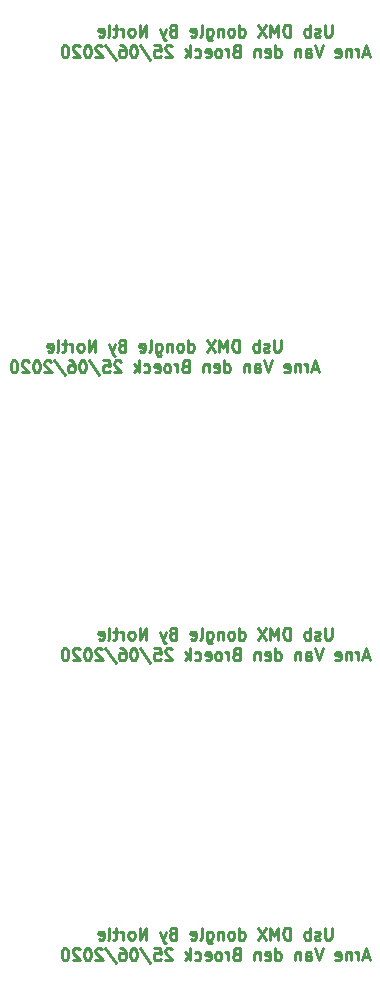
<source format=gbr>
G04 #@! TF.GenerationSoftware,KiCad,Pcbnew,(5.1.4)-1*
G04 #@! TF.CreationDate,2020-08-12T13:24:47+02:00*
G04 #@! TF.ProjectId,DMX_usb,444d585f-7573-4622-9e6b-696361645f70,rev?*
G04 #@! TF.SameCoordinates,Original*
G04 #@! TF.FileFunction,Legend,Bot*
G04 #@! TF.FilePolarity,Positive*
%FSLAX46Y46*%
G04 Gerber Fmt 4.6, Leading zero omitted, Abs format (unit mm)*
G04 Created by KiCad (PCBNEW (5.1.4)-1) date 2020-08-12 13:24:47*
%MOMM*%
%LPD*%
G04 APERTURE LIST*
%ADD10C,0.250000*%
G04 APERTURE END LIST*
D10*
X269857142Y-121259380D02*
X269857142Y-122068904D01*
X269809523Y-122164142D01*
X269761904Y-122211761D01*
X269666666Y-122259380D01*
X269476190Y-122259380D01*
X269380952Y-122211761D01*
X269333333Y-122164142D01*
X269285714Y-122068904D01*
X269285714Y-121259380D01*
X268857142Y-122211761D02*
X268761904Y-122259380D01*
X268571428Y-122259380D01*
X268476190Y-122211761D01*
X268428571Y-122116523D01*
X268428571Y-122068904D01*
X268476190Y-121973666D01*
X268571428Y-121926047D01*
X268714285Y-121926047D01*
X268809523Y-121878428D01*
X268857142Y-121783190D01*
X268857142Y-121735571D01*
X268809523Y-121640333D01*
X268714285Y-121592714D01*
X268571428Y-121592714D01*
X268476190Y-121640333D01*
X268000000Y-122259380D02*
X268000000Y-121259380D01*
X268000000Y-121640333D02*
X267904761Y-121592714D01*
X267714285Y-121592714D01*
X267619047Y-121640333D01*
X267571428Y-121687952D01*
X267523809Y-121783190D01*
X267523809Y-122068904D01*
X267571428Y-122164142D01*
X267619047Y-122211761D01*
X267714285Y-122259380D01*
X267904761Y-122259380D01*
X268000000Y-122211761D01*
X266333333Y-122259380D02*
X266333333Y-121259380D01*
X266095238Y-121259380D01*
X265952380Y-121307000D01*
X265857142Y-121402238D01*
X265809523Y-121497476D01*
X265761904Y-121687952D01*
X265761904Y-121830809D01*
X265809523Y-122021285D01*
X265857142Y-122116523D01*
X265952380Y-122211761D01*
X266095238Y-122259380D01*
X266333333Y-122259380D01*
X265333333Y-122259380D02*
X265333333Y-121259380D01*
X265000000Y-121973666D01*
X264666666Y-121259380D01*
X264666666Y-122259380D01*
X264285714Y-121259380D02*
X263619047Y-122259380D01*
X263619047Y-121259380D02*
X264285714Y-122259380D01*
X262047619Y-122259380D02*
X262047619Y-121259380D01*
X262047619Y-122211761D02*
X262142857Y-122259380D01*
X262333333Y-122259380D01*
X262428571Y-122211761D01*
X262476190Y-122164142D01*
X262523809Y-122068904D01*
X262523809Y-121783190D01*
X262476190Y-121687952D01*
X262428571Y-121640333D01*
X262333333Y-121592714D01*
X262142857Y-121592714D01*
X262047619Y-121640333D01*
X261428571Y-122259380D02*
X261523809Y-122211761D01*
X261571428Y-122164142D01*
X261619047Y-122068904D01*
X261619047Y-121783190D01*
X261571428Y-121687952D01*
X261523809Y-121640333D01*
X261428571Y-121592714D01*
X261285714Y-121592714D01*
X261190476Y-121640333D01*
X261142857Y-121687952D01*
X261095238Y-121783190D01*
X261095238Y-122068904D01*
X261142857Y-122164142D01*
X261190476Y-122211761D01*
X261285714Y-122259380D01*
X261428571Y-122259380D01*
X260666666Y-121592714D02*
X260666666Y-122259380D01*
X260666666Y-121687952D02*
X260619047Y-121640333D01*
X260523809Y-121592714D01*
X260380952Y-121592714D01*
X260285714Y-121640333D01*
X260238095Y-121735571D01*
X260238095Y-122259380D01*
X259333333Y-121592714D02*
X259333333Y-122402238D01*
X259380952Y-122497476D01*
X259428571Y-122545095D01*
X259523809Y-122592714D01*
X259666666Y-122592714D01*
X259761904Y-122545095D01*
X259333333Y-122211761D02*
X259428571Y-122259380D01*
X259619047Y-122259380D01*
X259714285Y-122211761D01*
X259761904Y-122164142D01*
X259809523Y-122068904D01*
X259809523Y-121783190D01*
X259761904Y-121687952D01*
X259714285Y-121640333D01*
X259619047Y-121592714D01*
X259428571Y-121592714D01*
X259333333Y-121640333D01*
X258714285Y-122259380D02*
X258809523Y-122211761D01*
X258857142Y-122116523D01*
X258857142Y-121259380D01*
X257952380Y-122211761D02*
X258047619Y-122259380D01*
X258238095Y-122259380D01*
X258333333Y-122211761D01*
X258380952Y-122116523D01*
X258380952Y-121735571D01*
X258333333Y-121640333D01*
X258238095Y-121592714D01*
X258047619Y-121592714D01*
X257952380Y-121640333D01*
X257904761Y-121735571D01*
X257904761Y-121830809D01*
X258380952Y-121926047D01*
X256380952Y-121735571D02*
X256238095Y-121783190D01*
X256190476Y-121830809D01*
X256142857Y-121926047D01*
X256142857Y-122068904D01*
X256190476Y-122164142D01*
X256238095Y-122211761D01*
X256333333Y-122259380D01*
X256714285Y-122259380D01*
X256714285Y-121259380D01*
X256380952Y-121259380D01*
X256285714Y-121307000D01*
X256238095Y-121354619D01*
X256190476Y-121449857D01*
X256190476Y-121545095D01*
X256238095Y-121640333D01*
X256285714Y-121687952D01*
X256380952Y-121735571D01*
X256714285Y-121735571D01*
X255809523Y-121592714D02*
X255571428Y-122259380D01*
X255333333Y-121592714D02*
X255571428Y-122259380D01*
X255666666Y-122497476D01*
X255714285Y-122545095D01*
X255809523Y-122592714D01*
X254190476Y-122259380D02*
X254190476Y-121259380D01*
X253619047Y-122259380D01*
X253619047Y-121259380D01*
X253000000Y-122259380D02*
X253095238Y-122211761D01*
X253142857Y-122164142D01*
X253190476Y-122068904D01*
X253190476Y-121783190D01*
X253142857Y-121687952D01*
X253095238Y-121640333D01*
X253000000Y-121592714D01*
X252857142Y-121592714D01*
X252761904Y-121640333D01*
X252714285Y-121687952D01*
X252666666Y-121783190D01*
X252666666Y-122068904D01*
X252714285Y-122164142D01*
X252761904Y-122211761D01*
X252857142Y-122259380D01*
X253000000Y-122259380D01*
X252238095Y-122259380D02*
X252238095Y-121592714D01*
X252238095Y-121783190D02*
X252190476Y-121687952D01*
X252142857Y-121640333D01*
X252047619Y-121592714D01*
X251952380Y-121592714D01*
X251761904Y-121592714D02*
X251380952Y-121592714D01*
X251619047Y-121259380D02*
X251619047Y-122116523D01*
X251571428Y-122211761D01*
X251476190Y-122259380D01*
X251380952Y-122259380D01*
X250904761Y-122259380D02*
X251000000Y-122211761D01*
X251047619Y-122116523D01*
X251047619Y-121259380D01*
X250142857Y-122211761D02*
X250238095Y-122259380D01*
X250428571Y-122259380D01*
X250523809Y-122211761D01*
X250571428Y-122116523D01*
X250571428Y-121735571D01*
X250523809Y-121640333D01*
X250428571Y-121592714D01*
X250238095Y-121592714D01*
X250142857Y-121640333D01*
X250095238Y-121735571D01*
X250095238Y-121830809D01*
X250571428Y-121926047D01*
X273000000Y-123723666D02*
X272523809Y-123723666D01*
X273095238Y-124009380D02*
X272761904Y-123009380D01*
X272428571Y-124009380D01*
X272095238Y-124009380D02*
X272095238Y-123342714D01*
X272095238Y-123533190D02*
X272047619Y-123437952D01*
X272000000Y-123390333D01*
X271904761Y-123342714D01*
X271809523Y-123342714D01*
X271476190Y-123342714D02*
X271476190Y-124009380D01*
X271476190Y-123437952D02*
X271428571Y-123390333D01*
X271333333Y-123342714D01*
X271190476Y-123342714D01*
X271095238Y-123390333D01*
X271047619Y-123485571D01*
X271047619Y-124009380D01*
X270190476Y-123961761D02*
X270285714Y-124009380D01*
X270476190Y-124009380D01*
X270571428Y-123961761D01*
X270619047Y-123866523D01*
X270619047Y-123485571D01*
X270571428Y-123390333D01*
X270476190Y-123342714D01*
X270285714Y-123342714D01*
X270190476Y-123390333D01*
X270142857Y-123485571D01*
X270142857Y-123580809D01*
X270619047Y-123676047D01*
X269095238Y-123009380D02*
X268761904Y-124009380D01*
X268428571Y-123009380D01*
X267666666Y-124009380D02*
X267666666Y-123485571D01*
X267714285Y-123390333D01*
X267809523Y-123342714D01*
X268000000Y-123342714D01*
X268095238Y-123390333D01*
X267666666Y-123961761D02*
X267761904Y-124009380D01*
X268000000Y-124009380D01*
X268095238Y-123961761D01*
X268142857Y-123866523D01*
X268142857Y-123771285D01*
X268095238Y-123676047D01*
X268000000Y-123628428D01*
X267761904Y-123628428D01*
X267666666Y-123580809D01*
X267190476Y-123342714D02*
X267190476Y-124009380D01*
X267190476Y-123437952D02*
X267142857Y-123390333D01*
X267047619Y-123342714D01*
X266904761Y-123342714D01*
X266809523Y-123390333D01*
X266761904Y-123485571D01*
X266761904Y-124009380D01*
X265095238Y-124009380D02*
X265095238Y-123009380D01*
X265095238Y-123961761D02*
X265190476Y-124009380D01*
X265380952Y-124009380D01*
X265476190Y-123961761D01*
X265523809Y-123914142D01*
X265571428Y-123818904D01*
X265571428Y-123533190D01*
X265523809Y-123437952D01*
X265476190Y-123390333D01*
X265380952Y-123342714D01*
X265190476Y-123342714D01*
X265095238Y-123390333D01*
X264238095Y-123961761D02*
X264333333Y-124009380D01*
X264523809Y-124009380D01*
X264619047Y-123961761D01*
X264666666Y-123866523D01*
X264666666Y-123485571D01*
X264619047Y-123390333D01*
X264523809Y-123342714D01*
X264333333Y-123342714D01*
X264238095Y-123390333D01*
X264190476Y-123485571D01*
X264190476Y-123580809D01*
X264666666Y-123676047D01*
X263761904Y-123342714D02*
X263761904Y-124009380D01*
X263761904Y-123437952D02*
X263714285Y-123390333D01*
X263619047Y-123342714D01*
X263476190Y-123342714D01*
X263380952Y-123390333D01*
X263333333Y-123485571D01*
X263333333Y-124009380D01*
X261761904Y-123485571D02*
X261619047Y-123533190D01*
X261571428Y-123580809D01*
X261523809Y-123676047D01*
X261523809Y-123818904D01*
X261571428Y-123914142D01*
X261619047Y-123961761D01*
X261714285Y-124009380D01*
X262095238Y-124009380D01*
X262095238Y-123009380D01*
X261761904Y-123009380D01*
X261666666Y-123057000D01*
X261619047Y-123104619D01*
X261571428Y-123199857D01*
X261571428Y-123295095D01*
X261619047Y-123390333D01*
X261666666Y-123437952D01*
X261761904Y-123485571D01*
X262095238Y-123485571D01*
X261095238Y-124009380D02*
X261095238Y-123342714D01*
X261095238Y-123533190D02*
X261047619Y-123437952D01*
X261000000Y-123390333D01*
X260904761Y-123342714D01*
X260809523Y-123342714D01*
X260333333Y-124009380D02*
X260428571Y-123961761D01*
X260476190Y-123914142D01*
X260523809Y-123818904D01*
X260523809Y-123533190D01*
X260476190Y-123437952D01*
X260428571Y-123390333D01*
X260333333Y-123342714D01*
X260190476Y-123342714D01*
X260095238Y-123390333D01*
X260047619Y-123437952D01*
X260000000Y-123533190D01*
X260000000Y-123818904D01*
X260047619Y-123914142D01*
X260095238Y-123961761D01*
X260190476Y-124009380D01*
X260333333Y-124009380D01*
X259190476Y-123961761D02*
X259285714Y-124009380D01*
X259476190Y-124009380D01*
X259571428Y-123961761D01*
X259619047Y-123866523D01*
X259619047Y-123485571D01*
X259571428Y-123390333D01*
X259476190Y-123342714D01*
X259285714Y-123342714D01*
X259190476Y-123390333D01*
X259142857Y-123485571D01*
X259142857Y-123580809D01*
X259619047Y-123676047D01*
X258285714Y-123961761D02*
X258380952Y-124009380D01*
X258571428Y-124009380D01*
X258666666Y-123961761D01*
X258714285Y-123914142D01*
X258761904Y-123818904D01*
X258761904Y-123533190D01*
X258714285Y-123437952D01*
X258666666Y-123390333D01*
X258571428Y-123342714D01*
X258380952Y-123342714D01*
X258285714Y-123390333D01*
X257857142Y-124009380D02*
X257857142Y-123009380D01*
X257761904Y-123628428D02*
X257476190Y-124009380D01*
X257476190Y-123342714D02*
X257857142Y-123723666D01*
X256333333Y-123104619D02*
X256285714Y-123057000D01*
X256190476Y-123009380D01*
X255952380Y-123009380D01*
X255857142Y-123057000D01*
X255809523Y-123104619D01*
X255761904Y-123199857D01*
X255761904Y-123295095D01*
X255809523Y-123437952D01*
X256380952Y-124009380D01*
X255761904Y-124009380D01*
X254857142Y-123009380D02*
X255333333Y-123009380D01*
X255380952Y-123485571D01*
X255333333Y-123437952D01*
X255238095Y-123390333D01*
X255000000Y-123390333D01*
X254904761Y-123437952D01*
X254857142Y-123485571D01*
X254809523Y-123580809D01*
X254809523Y-123818904D01*
X254857142Y-123914142D01*
X254904761Y-123961761D01*
X255000000Y-124009380D01*
X255238095Y-124009380D01*
X255333333Y-123961761D01*
X255380952Y-123914142D01*
X253666666Y-122961761D02*
X254523809Y-124247476D01*
X253142857Y-123009380D02*
X253047619Y-123009380D01*
X252952380Y-123057000D01*
X252904761Y-123104619D01*
X252857142Y-123199857D01*
X252809523Y-123390333D01*
X252809523Y-123628428D01*
X252857142Y-123818904D01*
X252904761Y-123914142D01*
X252952380Y-123961761D01*
X253047619Y-124009380D01*
X253142857Y-124009380D01*
X253238095Y-123961761D01*
X253285714Y-123914142D01*
X253333333Y-123818904D01*
X253380952Y-123628428D01*
X253380952Y-123390333D01*
X253333333Y-123199857D01*
X253285714Y-123104619D01*
X253238095Y-123057000D01*
X253142857Y-123009380D01*
X251952380Y-123009380D02*
X252142857Y-123009380D01*
X252238095Y-123057000D01*
X252285714Y-123104619D01*
X252380952Y-123247476D01*
X252428571Y-123437952D01*
X252428571Y-123818904D01*
X252380952Y-123914142D01*
X252333333Y-123961761D01*
X252238095Y-124009380D01*
X252047619Y-124009380D01*
X251952380Y-123961761D01*
X251904761Y-123914142D01*
X251857142Y-123818904D01*
X251857142Y-123580809D01*
X251904761Y-123485571D01*
X251952380Y-123437952D01*
X252047619Y-123390333D01*
X252238095Y-123390333D01*
X252333333Y-123437952D01*
X252380952Y-123485571D01*
X252428571Y-123580809D01*
X250714285Y-122961761D02*
X251571428Y-124247476D01*
X250428571Y-123104619D02*
X250380952Y-123057000D01*
X250285714Y-123009380D01*
X250047619Y-123009380D01*
X249952380Y-123057000D01*
X249904761Y-123104619D01*
X249857142Y-123199857D01*
X249857142Y-123295095D01*
X249904761Y-123437952D01*
X250476190Y-124009380D01*
X249857142Y-124009380D01*
X249238095Y-123009380D02*
X249142857Y-123009380D01*
X249047619Y-123057000D01*
X249000000Y-123104619D01*
X248952380Y-123199857D01*
X248904761Y-123390333D01*
X248904761Y-123628428D01*
X248952380Y-123818904D01*
X249000000Y-123914142D01*
X249047619Y-123961761D01*
X249142857Y-124009380D01*
X249238095Y-124009380D01*
X249333333Y-123961761D01*
X249380952Y-123914142D01*
X249428571Y-123818904D01*
X249476190Y-123628428D01*
X249476190Y-123390333D01*
X249428571Y-123199857D01*
X249380952Y-123104619D01*
X249333333Y-123057000D01*
X249238095Y-123009380D01*
X248523809Y-123104619D02*
X248476190Y-123057000D01*
X248380952Y-123009380D01*
X248142857Y-123009380D01*
X248047619Y-123057000D01*
X248000000Y-123104619D01*
X247952380Y-123199857D01*
X247952380Y-123295095D01*
X248000000Y-123437952D01*
X248571428Y-124009380D01*
X247952380Y-124009380D01*
X247333333Y-123009380D02*
X247238095Y-123009380D01*
X247142857Y-123057000D01*
X247095238Y-123104619D01*
X247047619Y-123199857D01*
X247000000Y-123390333D01*
X247000000Y-123628428D01*
X247047619Y-123818904D01*
X247095238Y-123914142D01*
X247142857Y-123961761D01*
X247238095Y-124009380D01*
X247333333Y-124009380D01*
X247428571Y-123961761D01*
X247476190Y-123914142D01*
X247523809Y-123818904D01*
X247571428Y-123628428D01*
X247571428Y-123390333D01*
X247523809Y-123199857D01*
X247476190Y-123104619D01*
X247428571Y-123057000D01*
X247333333Y-123009380D01*
X269857142Y-95859380D02*
X269857142Y-96668904D01*
X269809523Y-96764142D01*
X269761904Y-96811761D01*
X269666666Y-96859380D01*
X269476190Y-96859380D01*
X269380952Y-96811761D01*
X269333333Y-96764142D01*
X269285714Y-96668904D01*
X269285714Y-95859380D01*
X268857142Y-96811761D02*
X268761904Y-96859380D01*
X268571428Y-96859380D01*
X268476190Y-96811761D01*
X268428571Y-96716523D01*
X268428571Y-96668904D01*
X268476190Y-96573666D01*
X268571428Y-96526047D01*
X268714285Y-96526047D01*
X268809523Y-96478428D01*
X268857142Y-96383190D01*
X268857142Y-96335571D01*
X268809523Y-96240333D01*
X268714285Y-96192714D01*
X268571428Y-96192714D01*
X268476190Y-96240333D01*
X268000000Y-96859380D02*
X268000000Y-95859380D01*
X268000000Y-96240333D02*
X267904761Y-96192714D01*
X267714285Y-96192714D01*
X267619047Y-96240333D01*
X267571428Y-96287952D01*
X267523809Y-96383190D01*
X267523809Y-96668904D01*
X267571428Y-96764142D01*
X267619047Y-96811761D01*
X267714285Y-96859380D01*
X267904761Y-96859380D01*
X268000000Y-96811761D01*
X266333333Y-96859380D02*
X266333333Y-95859380D01*
X266095238Y-95859380D01*
X265952380Y-95907000D01*
X265857142Y-96002238D01*
X265809523Y-96097476D01*
X265761904Y-96287952D01*
X265761904Y-96430809D01*
X265809523Y-96621285D01*
X265857142Y-96716523D01*
X265952380Y-96811761D01*
X266095238Y-96859380D01*
X266333333Y-96859380D01*
X265333333Y-96859380D02*
X265333333Y-95859380D01*
X265000000Y-96573666D01*
X264666666Y-95859380D01*
X264666666Y-96859380D01*
X264285714Y-95859380D02*
X263619047Y-96859380D01*
X263619047Y-95859380D02*
X264285714Y-96859380D01*
X262047619Y-96859380D02*
X262047619Y-95859380D01*
X262047619Y-96811761D02*
X262142857Y-96859380D01*
X262333333Y-96859380D01*
X262428571Y-96811761D01*
X262476190Y-96764142D01*
X262523809Y-96668904D01*
X262523809Y-96383190D01*
X262476190Y-96287952D01*
X262428571Y-96240333D01*
X262333333Y-96192714D01*
X262142857Y-96192714D01*
X262047619Y-96240333D01*
X261428571Y-96859380D02*
X261523809Y-96811761D01*
X261571428Y-96764142D01*
X261619047Y-96668904D01*
X261619047Y-96383190D01*
X261571428Y-96287952D01*
X261523809Y-96240333D01*
X261428571Y-96192714D01*
X261285714Y-96192714D01*
X261190476Y-96240333D01*
X261142857Y-96287952D01*
X261095238Y-96383190D01*
X261095238Y-96668904D01*
X261142857Y-96764142D01*
X261190476Y-96811761D01*
X261285714Y-96859380D01*
X261428571Y-96859380D01*
X260666666Y-96192714D02*
X260666666Y-96859380D01*
X260666666Y-96287952D02*
X260619047Y-96240333D01*
X260523809Y-96192714D01*
X260380952Y-96192714D01*
X260285714Y-96240333D01*
X260238095Y-96335571D01*
X260238095Y-96859380D01*
X259333333Y-96192714D02*
X259333333Y-97002238D01*
X259380952Y-97097476D01*
X259428571Y-97145095D01*
X259523809Y-97192714D01*
X259666666Y-97192714D01*
X259761904Y-97145095D01*
X259333333Y-96811761D02*
X259428571Y-96859380D01*
X259619047Y-96859380D01*
X259714285Y-96811761D01*
X259761904Y-96764142D01*
X259809523Y-96668904D01*
X259809523Y-96383190D01*
X259761904Y-96287952D01*
X259714285Y-96240333D01*
X259619047Y-96192714D01*
X259428571Y-96192714D01*
X259333333Y-96240333D01*
X258714285Y-96859380D02*
X258809523Y-96811761D01*
X258857142Y-96716523D01*
X258857142Y-95859380D01*
X257952380Y-96811761D02*
X258047619Y-96859380D01*
X258238095Y-96859380D01*
X258333333Y-96811761D01*
X258380952Y-96716523D01*
X258380952Y-96335571D01*
X258333333Y-96240333D01*
X258238095Y-96192714D01*
X258047619Y-96192714D01*
X257952380Y-96240333D01*
X257904761Y-96335571D01*
X257904761Y-96430809D01*
X258380952Y-96526047D01*
X256380952Y-96335571D02*
X256238095Y-96383190D01*
X256190476Y-96430809D01*
X256142857Y-96526047D01*
X256142857Y-96668904D01*
X256190476Y-96764142D01*
X256238095Y-96811761D01*
X256333333Y-96859380D01*
X256714285Y-96859380D01*
X256714285Y-95859380D01*
X256380952Y-95859380D01*
X256285714Y-95907000D01*
X256238095Y-95954619D01*
X256190476Y-96049857D01*
X256190476Y-96145095D01*
X256238095Y-96240333D01*
X256285714Y-96287952D01*
X256380952Y-96335571D01*
X256714285Y-96335571D01*
X255809523Y-96192714D02*
X255571428Y-96859380D01*
X255333333Y-96192714D02*
X255571428Y-96859380D01*
X255666666Y-97097476D01*
X255714285Y-97145095D01*
X255809523Y-97192714D01*
X254190476Y-96859380D02*
X254190476Y-95859380D01*
X253619047Y-96859380D01*
X253619047Y-95859380D01*
X253000000Y-96859380D02*
X253095238Y-96811761D01*
X253142857Y-96764142D01*
X253190476Y-96668904D01*
X253190476Y-96383190D01*
X253142857Y-96287952D01*
X253095238Y-96240333D01*
X253000000Y-96192714D01*
X252857142Y-96192714D01*
X252761904Y-96240333D01*
X252714285Y-96287952D01*
X252666666Y-96383190D01*
X252666666Y-96668904D01*
X252714285Y-96764142D01*
X252761904Y-96811761D01*
X252857142Y-96859380D01*
X253000000Y-96859380D01*
X252238095Y-96859380D02*
X252238095Y-96192714D01*
X252238095Y-96383190D02*
X252190476Y-96287952D01*
X252142857Y-96240333D01*
X252047619Y-96192714D01*
X251952380Y-96192714D01*
X251761904Y-96192714D02*
X251380952Y-96192714D01*
X251619047Y-95859380D02*
X251619047Y-96716523D01*
X251571428Y-96811761D01*
X251476190Y-96859380D01*
X251380952Y-96859380D01*
X250904761Y-96859380D02*
X251000000Y-96811761D01*
X251047619Y-96716523D01*
X251047619Y-95859380D01*
X250142857Y-96811761D02*
X250238095Y-96859380D01*
X250428571Y-96859380D01*
X250523809Y-96811761D01*
X250571428Y-96716523D01*
X250571428Y-96335571D01*
X250523809Y-96240333D01*
X250428571Y-96192714D01*
X250238095Y-96192714D01*
X250142857Y-96240333D01*
X250095238Y-96335571D01*
X250095238Y-96430809D01*
X250571428Y-96526047D01*
X273000000Y-98323666D02*
X272523809Y-98323666D01*
X273095238Y-98609380D02*
X272761904Y-97609380D01*
X272428571Y-98609380D01*
X272095238Y-98609380D02*
X272095238Y-97942714D01*
X272095238Y-98133190D02*
X272047619Y-98037952D01*
X272000000Y-97990333D01*
X271904761Y-97942714D01*
X271809523Y-97942714D01*
X271476190Y-97942714D02*
X271476190Y-98609380D01*
X271476190Y-98037952D02*
X271428571Y-97990333D01*
X271333333Y-97942714D01*
X271190476Y-97942714D01*
X271095238Y-97990333D01*
X271047619Y-98085571D01*
X271047619Y-98609380D01*
X270190476Y-98561761D02*
X270285714Y-98609380D01*
X270476190Y-98609380D01*
X270571428Y-98561761D01*
X270619047Y-98466523D01*
X270619047Y-98085571D01*
X270571428Y-97990333D01*
X270476190Y-97942714D01*
X270285714Y-97942714D01*
X270190476Y-97990333D01*
X270142857Y-98085571D01*
X270142857Y-98180809D01*
X270619047Y-98276047D01*
X269095238Y-97609380D02*
X268761904Y-98609380D01*
X268428571Y-97609380D01*
X267666666Y-98609380D02*
X267666666Y-98085571D01*
X267714285Y-97990333D01*
X267809523Y-97942714D01*
X268000000Y-97942714D01*
X268095238Y-97990333D01*
X267666666Y-98561761D02*
X267761904Y-98609380D01*
X268000000Y-98609380D01*
X268095238Y-98561761D01*
X268142857Y-98466523D01*
X268142857Y-98371285D01*
X268095238Y-98276047D01*
X268000000Y-98228428D01*
X267761904Y-98228428D01*
X267666666Y-98180809D01*
X267190476Y-97942714D02*
X267190476Y-98609380D01*
X267190476Y-98037952D02*
X267142857Y-97990333D01*
X267047619Y-97942714D01*
X266904761Y-97942714D01*
X266809523Y-97990333D01*
X266761904Y-98085571D01*
X266761904Y-98609380D01*
X265095238Y-98609380D02*
X265095238Y-97609380D01*
X265095238Y-98561761D02*
X265190476Y-98609380D01*
X265380952Y-98609380D01*
X265476190Y-98561761D01*
X265523809Y-98514142D01*
X265571428Y-98418904D01*
X265571428Y-98133190D01*
X265523809Y-98037952D01*
X265476190Y-97990333D01*
X265380952Y-97942714D01*
X265190476Y-97942714D01*
X265095238Y-97990333D01*
X264238095Y-98561761D02*
X264333333Y-98609380D01*
X264523809Y-98609380D01*
X264619047Y-98561761D01*
X264666666Y-98466523D01*
X264666666Y-98085571D01*
X264619047Y-97990333D01*
X264523809Y-97942714D01*
X264333333Y-97942714D01*
X264238095Y-97990333D01*
X264190476Y-98085571D01*
X264190476Y-98180809D01*
X264666666Y-98276047D01*
X263761904Y-97942714D02*
X263761904Y-98609380D01*
X263761904Y-98037952D02*
X263714285Y-97990333D01*
X263619047Y-97942714D01*
X263476190Y-97942714D01*
X263380952Y-97990333D01*
X263333333Y-98085571D01*
X263333333Y-98609380D01*
X261761904Y-98085571D02*
X261619047Y-98133190D01*
X261571428Y-98180809D01*
X261523809Y-98276047D01*
X261523809Y-98418904D01*
X261571428Y-98514142D01*
X261619047Y-98561761D01*
X261714285Y-98609380D01*
X262095238Y-98609380D01*
X262095238Y-97609380D01*
X261761904Y-97609380D01*
X261666666Y-97657000D01*
X261619047Y-97704619D01*
X261571428Y-97799857D01*
X261571428Y-97895095D01*
X261619047Y-97990333D01*
X261666666Y-98037952D01*
X261761904Y-98085571D01*
X262095238Y-98085571D01*
X261095238Y-98609380D02*
X261095238Y-97942714D01*
X261095238Y-98133190D02*
X261047619Y-98037952D01*
X261000000Y-97990333D01*
X260904761Y-97942714D01*
X260809523Y-97942714D01*
X260333333Y-98609380D02*
X260428571Y-98561761D01*
X260476190Y-98514142D01*
X260523809Y-98418904D01*
X260523809Y-98133190D01*
X260476190Y-98037952D01*
X260428571Y-97990333D01*
X260333333Y-97942714D01*
X260190476Y-97942714D01*
X260095238Y-97990333D01*
X260047619Y-98037952D01*
X260000000Y-98133190D01*
X260000000Y-98418904D01*
X260047619Y-98514142D01*
X260095238Y-98561761D01*
X260190476Y-98609380D01*
X260333333Y-98609380D01*
X259190476Y-98561761D02*
X259285714Y-98609380D01*
X259476190Y-98609380D01*
X259571428Y-98561761D01*
X259619047Y-98466523D01*
X259619047Y-98085571D01*
X259571428Y-97990333D01*
X259476190Y-97942714D01*
X259285714Y-97942714D01*
X259190476Y-97990333D01*
X259142857Y-98085571D01*
X259142857Y-98180809D01*
X259619047Y-98276047D01*
X258285714Y-98561761D02*
X258380952Y-98609380D01*
X258571428Y-98609380D01*
X258666666Y-98561761D01*
X258714285Y-98514142D01*
X258761904Y-98418904D01*
X258761904Y-98133190D01*
X258714285Y-98037952D01*
X258666666Y-97990333D01*
X258571428Y-97942714D01*
X258380952Y-97942714D01*
X258285714Y-97990333D01*
X257857142Y-98609380D02*
X257857142Y-97609380D01*
X257761904Y-98228428D02*
X257476190Y-98609380D01*
X257476190Y-97942714D02*
X257857142Y-98323666D01*
X256333333Y-97704619D02*
X256285714Y-97657000D01*
X256190476Y-97609380D01*
X255952380Y-97609380D01*
X255857142Y-97657000D01*
X255809523Y-97704619D01*
X255761904Y-97799857D01*
X255761904Y-97895095D01*
X255809523Y-98037952D01*
X256380952Y-98609380D01*
X255761904Y-98609380D01*
X254857142Y-97609380D02*
X255333333Y-97609380D01*
X255380952Y-98085571D01*
X255333333Y-98037952D01*
X255238095Y-97990333D01*
X255000000Y-97990333D01*
X254904761Y-98037952D01*
X254857142Y-98085571D01*
X254809523Y-98180809D01*
X254809523Y-98418904D01*
X254857142Y-98514142D01*
X254904761Y-98561761D01*
X255000000Y-98609380D01*
X255238095Y-98609380D01*
X255333333Y-98561761D01*
X255380952Y-98514142D01*
X253666666Y-97561761D02*
X254523809Y-98847476D01*
X253142857Y-97609380D02*
X253047619Y-97609380D01*
X252952380Y-97657000D01*
X252904761Y-97704619D01*
X252857142Y-97799857D01*
X252809523Y-97990333D01*
X252809523Y-98228428D01*
X252857142Y-98418904D01*
X252904761Y-98514142D01*
X252952380Y-98561761D01*
X253047619Y-98609380D01*
X253142857Y-98609380D01*
X253238095Y-98561761D01*
X253285714Y-98514142D01*
X253333333Y-98418904D01*
X253380952Y-98228428D01*
X253380952Y-97990333D01*
X253333333Y-97799857D01*
X253285714Y-97704619D01*
X253238095Y-97657000D01*
X253142857Y-97609380D01*
X251952380Y-97609380D02*
X252142857Y-97609380D01*
X252238095Y-97657000D01*
X252285714Y-97704619D01*
X252380952Y-97847476D01*
X252428571Y-98037952D01*
X252428571Y-98418904D01*
X252380952Y-98514142D01*
X252333333Y-98561761D01*
X252238095Y-98609380D01*
X252047619Y-98609380D01*
X251952380Y-98561761D01*
X251904761Y-98514142D01*
X251857142Y-98418904D01*
X251857142Y-98180809D01*
X251904761Y-98085571D01*
X251952380Y-98037952D01*
X252047619Y-97990333D01*
X252238095Y-97990333D01*
X252333333Y-98037952D01*
X252380952Y-98085571D01*
X252428571Y-98180809D01*
X250714285Y-97561761D02*
X251571428Y-98847476D01*
X250428571Y-97704619D02*
X250380952Y-97657000D01*
X250285714Y-97609380D01*
X250047619Y-97609380D01*
X249952380Y-97657000D01*
X249904761Y-97704619D01*
X249857142Y-97799857D01*
X249857142Y-97895095D01*
X249904761Y-98037952D01*
X250476190Y-98609380D01*
X249857142Y-98609380D01*
X249238095Y-97609380D02*
X249142857Y-97609380D01*
X249047619Y-97657000D01*
X249000000Y-97704619D01*
X248952380Y-97799857D01*
X248904761Y-97990333D01*
X248904761Y-98228428D01*
X248952380Y-98418904D01*
X249000000Y-98514142D01*
X249047619Y-98561761D01*
X249142857Y-98609380D01*
X249238095Y-98609380D01*
X249333333Y-98561761D01*
X249380952Y-98514142D01*
X249428571Y-98418904D01*
X249476190Y-98228428D01*
X249476190Y-97990333D01*
X249428571Y-97799857D01*
X249380952Y-97704619D01*
X249333333Y-97657000D01*
X249238095Y-97609380D01*
X248523809Y-97704619D02*
X248476190Y-97657000D01*
X248380952Y-97609380D01*
X248142857Y-97609380D01*
X248047619Y-97657000D01*
X248000000Y-97704619D01*
X247952380Y-97799857D01*
X247952380Y-97895095D01*
X248000000Y-98037952D01*
X248571428Y-98609380D01*
X247952380Y-98609380D01*
X247333333Y-97609380D02*
X247238095Y-97609380D01*
X247142857Y-97657000D01*
X247095238Y-97704619D01*
X247047619Y-97799857D01*
X247000000Y-97990333D01*
X247000000Y-98228428D01*
X247047619Y-98418904D01*
X247095238Y-98514142D01*
X247142857Y-98561761D01*
X247238095Y-98609380D01*
X247333333Y-98609380D01*
X247428571Y-98561761D01*
X247476190Y-98514142D01*
X247523809Y-98418904D01*
X247571428Y-98228428D01*
X247571428Y-97990333D01*
X247523809Y-97799857D01*
X247476190Y-97704619D01*
X247428571Y-97657000D01*
X247333333Y-97609380D01*
X265539142Y-71485380D02*
X265539142Y-72294904D01*
X265491523Y-72390142D01*
X265443904Y-72437761D01*
X265348666Y-72485380D01*
X265158190Y-72485380D01*
X265062952Y-72437761D01*
X265015333Y-72390142D01*
X264967714Y-72294904D01*
X264967714Y-71485380D01*
X264539142Y-72437761D02*
X264443904Y-72485380D01*
X264253428Y-72485380D01*
X264158190Y-72437761D01*
X264110571Y-72342523D01*
X264110571Y-72294904D01*
X264158190Y-72199666D01*
X264253428Y-72152047D01*
X264396285Y-72152047D01*
X264491523Y-72104428D01*
X264539142Y-72009190D01*
X264539142Y-71961571D01*
X264491523Y-71866333D01*
X264396285Y-71818714D01*
X264253428Y-71818714D01*
X264158190Y-71866333D01*
X263682000Y-72485380D02*
X263682000Y-71485380D01*
X263682000Y-71866333D02*
X263586761Y-71818714D01*
X263396285Y-71818714D01*
X263301047Y-71866333D01*
X263253428Y-71913952D01*
X263205809Y-72009190D01*
X263205809Y-72294904D01*
X263253428Y-72390142D01*
X263301047Y-72437761D01*
X263396285Y-72485380D01*
X263586761Y-72485380D01*
X263682000Y-72437761D01*
X262015333Y-72485380D02*
X262015333Y-71485380D01*
X261777238Y-71485380D01*
X261634380Y-71533000D01*
X261539142Y-71628238D01*
X261491523Y-71723476D01*
X261443904Y-71913952D01*
X261443904Y-72056809D01*
X261491523Y-72247285D01*
X261539142Y-72342523D01*
X261634380Y-72437761D01*
X261777238Y-72485380D01*
X262015333Y-72485380D01*
X261015333Y-72485380D02*
X261015333Y-71485380D01*
X260682000Y-72199666D01*
X260348666Y-71485380D01*
X260348666Y-72485380D01*
X259967714Y-71485380D02*
X259301047Y-72485380D01*
X259301047Y-71485380D02*
X259967714Y-72485380D01*
X257729619Y-72485380D02*
X257729619Y-71485380D01*
X257729619Y-72437761D02*
X257824857Y-72485380D01*
X258015333Y-72485380D01*
X258110571Y-72437761D01*
X258158190Y-72390142D01*
X258205809Y-72294904D01*
X258205809Y-72009190D01*
X258158190Y-71913952D01*
X258110571Y-71866333D01*
X258015333Y-71818714D01*
X257824857Y-71818714D01*
X257729619Y-71866333D01*
X257110571Y-72485380D02*
X257205809Y-72437761D01*
X257253428Y-72390142D01*
X257301047Y-72294904D01*
X257301047Y-72009190D01*
X257253428Y-71913952D01*
X257205809Y-71866333D01*
X257110571Y-71818714D01*
X256967714Y-71818714D01*
X256872476Y-71866333D01*
X256824857Y-71913952D01*
X256777238Y-72009190D01*
X256777238Y-72294904D01*
X256824857Y-72390142D01*
X256872476Y-72437761D01*
X256967714Y-72485380D01*
X257110571Y-72485380D01*
X256348666Y-71818714D02*
X256348666Y-72485380D01*
X256348666Y-71913952D02*
X256301047Y-71866333D01*
X256205809Y-71818714D01*
X256062952Y-71818714D01*
X255967714Y-71866333D01*
X255920095Y-71961571D01*
X255920095Y-72485380D01*
X255015333Y-71818714D02*
X255015333Y-72628238D01*
X255062952Y-72723476D01*
X255110571Y-72771095D01*
X255205809Y-72818714D01*
X255348666Y-72818714D01*
X255443904Y-72771095D01*
X255015333Y-72437761D02*
X255110571Y-72485380D01*
X255301047Y-72485380D01*
X255396285Y-72437761D01*
X255443904Y-72390142D01*
X255491523Y-72294904D01*
X255491523Y-72009190D01*
X255443904Y-71913952D01*
X255396285Y-71866333D01*
X255301047Y-71818714D01*
X255110571Y-71818714D01*
X255015333Y-71866333D01*
X254396285Y-72485380D02*
X254491523Y-72437761D01*
X254539142Y-72342523D01*
X254539142Y-71485380D01*
X253634380Y-72437761D02*
X253729619Y-72485380D01*
X253920095Y-72485380D01*
X254015333Y-72437761D01*
X254062952Y-72342523D01*
X254062952Y-71961571D01*
X254015333Y-71866333D01*
X253920095Y-71818714D01*
X253729619Y-71818714D01*
X253634380Y-71866333D01*
X253586761Y-71961571D01*
X253586761Y-72056809D01*
X254062952Y-72152047D01*
X252062952Y-71961571D02*
X251920095Y-72009190D01*
X251872476Y-72056809D01*
X251824857Y-72152047D01*
X251824857Y-72294904D01*
X251872476Y-72390142D01*
X251920095Y-72437761D01*
X252015333Y-72485380D01*
X252396285Y-72485380D01*
X252396285Y-71485380D01*
X252062952Y-71485380D01*
X251967714Y-71533000D01*
X251920095Y-71580619D01*
X251872476Y-71675857D01*
X251872476Y-71771095D01*
X251920095Y-71866333D01*
X251967714Y-71913952D01*
X252062952Y-71961571D01*
X252396285Y-71961571D01*
X251491523Y-71818714D02*
X251253428Y-72485380D01*
X251015333Y-71818714D02*
X251253428Y-72485380D01*
X251348666Y-72723476D01*
X251396285Y-72771095D01*
X251491523Y-72818714D01*
X249872476Y-72485380D02*
X249872476Y-71485380D01*
X249301047Y-72485380D01*
X249301047Y-71485380D01*
X248682000Y-72485380D02*
X248777238Y-72437761D01*
X248824857Y-72390142D01*
X248872476Y-72294904D01*
X248872476Y-72009190D01*
X248824857Y-71913952D01*
X248777238Y-71866333D01*
X248682000Y-71818714D01*
X248539142Y-71818714D01*
X248443904Y-71866333D01*
X248396285Y-71913952D01*
X248348666Y-72009190D01*
X248348666Y-72294904D01*
X248396285Y-72390142D01*
X248443904Y-72437761D01*
X248539142Y-72485380D01*
X248682000Y-72485380D01*
X247920095Y-72485380D02*
X247920095Y-71818714D01*
X247920095Y-72009190D02*
X247872476Y-71913952D01*
X247824857Y-71866333D01*
X247729619Y-71818714D01*
X247634380Y-71818714D01*
X247443904Y-71818714D02*
X247062952Y-71818714D01*
X247301047Y-71485380D02*
X247301047Y-72342523D01*
X247253428Y-72437761D01*
X247158190Y-72485380D01*
X247062952Y-72485380D01*
X246586761Y-72485380D02*
X246682000Y-72437761D01*
X246729619Y-72342523D01*
X246729619Y-71485380D01*
X245824857Y-72437761D02*
X245920095Y-72485380D01*
X246110571Y-72485380D01*
X246205809Y-72437761D01*
X246253428Y-72342523D01*
X246253428Y-71961571D01*
X246205809Y-71866333D01*
X246110571Y-71818714D01*
X245920095Y-71818714D01*
X245824857Y-71866333D01*
X245777238Y-71961571D01*
X245777238Y-72056809D01*
X246253428Y-72152047D01*
X268682000Y-73949666D02*
X268205809Y-73949666D01*
X268777238Y-74235380D02*
X268443904Y-73235380D01*
X268110571Y-74235380D01*
X267777238Y-74235380D02*
X267777238Y-73568714D01*
X267777238Y-73759190D02*
X267729619Y-73663952D01*
X267682000Y-73616333D01*
X267586761Y-73568714D01*
X267491523Y-73568714D01*
X267158190Y-73568714D02*
X267158190Y-74235380D01*
X267158190Y-73663952D02*
X267110571Y-73616333D01*
X267015333Y-73568714D01*
X266872476Y-73568714D01*
X266777238Y-73616333D01*
X266729619Y-73711571D01*
X266729619Y-74235380D01*
X265872476Y-74187761D02*
X265967714Y-74235380D01*
X266158190Y-74235380D01*
X266253428Y-74187761D01*
X266301047Y-74092523D01*
X266301047Y-73711571D01*
X266253428Y-73616333D01*
X266158190Y-73568714D01*
X265967714Y-73568714D01*
X265872476Y-73616333D01*
X265824857Y-73711571D01*
X265824857Y-73806809D01*
X266301047Y-73902047D01*
X264777238Y-73235380D02*
X264443904Y-74235380D01*
X264110571Y-73235380D01*
X263348666Y-74235380D02*
X263348666Y-73711571D01*
X263396285Y-73616333D01*
X263491523Y-73568714D01*
X263682000Y-73568714D01*
X263777238Y-73616333D01*
X263348666Y-74187761D02*
X263443904Y-74235380D01*
X263682000Y-74235380D01*
X263777238Y-74187761D01*
X263824857Y-74092523D01*
X263824857Y-73997285D01*
X263777238Y-73902047D01*
X263682000Y-73854428D01*
X263443904Y-73854428D01*
X263348666Y-73806809D01*
X262872476Y-73568714D02*
X262872476Y-74235380D01*
X262872476Y-73663952D02*
X262824857Y-73616333D01*
X262729619Y-73568714D01*
X262586761Y-73568714D01*
X262491523Y-73616333D01*
X262443904Y-73711571D01*
X262443904Y-74235380D01*
X260777238Y-74235380D02*
X260777238Y-73235380D01*
X260777238Y-74187761D02*
X260872476Y-74235380D01*
X261062952Y-74235380D01*
X261158190Y-74187761D01*
X261205809Y-74140142D01*
X261253428Y-74044904D01*
X261253428Y-73759190D01*
X261205809Y-73663952D01*
X261158190Y-73616333D01*
X261062952Y-73568714D01*
X260872476Y-73568714D01*
X260777238Y-73616333D01*
X259920095Y-74187761D02*
X260015333Y-74235380D01*
X260205809Y-74235380D01*
X260301047Y-74187761D01*
X260348666Y-74092523D01*
X260348666Y-73711571D01*
X260301047Y-73616333D01*
X260205809Y-73568714D01*
X260015333Y-73568714D01*
X259920095Y-73616333D01*
X259872476Y-73711571D01*
X259872476Y-73806809D01*
X260348666Y-73902047D01*
X259443904Y-73568714D02*
X259443904Y-74235380D01*
X259443904Y-73663952D02*
X259396285Y-73616333D01*
X259301047Y-73568714D01*
X259158190Y-73568714D01*
X259062952Y-73616333D01*
X259015333Y-73711571D01*
X259015333Y-74235380D01*
X257443904Y-73711571D02*
X257301047Y-73759190D01*
X257253428Y-73806809D01*
X257205809Y-73902047D01*
X257205809Y-74044904D01*
X257253428Y-74140142D01*
X257301047Y-74187761D01*
X257396285Y-74235380D01*
X257777238Y-74235380D01*
X257777238Y-73235380D01*
X257443904Y-73235380D01*
X257348666Y-73283000D01*
X257301047Y-73330619D01*
X257253428Y-73425857D01*
X257253428Y-73521095D01*
X257301047Y-73616333D01*
X257348666Y-73663952D01*
X257443904Y-73711571D01*
X257777238Y-73711571D01*
X256777238Y-74235380D02*
X256777238Y-73568714D01*
X256777238Y-73759190D02*
X256729619Y-73663952D01*
X256682000Y-73616333D01*
X256586761Y-73568714D01*
X256491523Y-73568714D01*
X256015333Y-74235380D02*
X256110571Y-74187761D01*
X256158190Y-74140142D01*
X256205809Y-74044904D01*
X256205809Y-73759190D01*
X256158190Y-73663952D01*
X256110571Y-73616333D01*
X256015333Y-73568714D01*
X255872476Y-73568714D01*
X255777238Y-73616333D01*
X255729619Y-73663952D01*
X255682000Y-73759190D01*
X255682000Y-74044904D01*
X255729619Y-74140142D01*
X255777238Y-74187761D01*
X255872476Y-74235380D01*
X256015333Y-74235380D01*
X254872476Y-74187761D02*
X254967714Y-74235380D01*
X255158190Y-74235380D01*
X255253428Y-74187761D01*
X255301047Y-74092523D01*
X255301047Y-73711571D01*
X255253428Y-73616333D01*
X255158190Y-73568714D01*
X254967714Y-73568714D01*
X254872476Y-73616333D01*
X254824857Y-73711571D01*
X254824857Y-73806809D01*
X255301047Y-73902047D01*
X253967714Y-74187761D02*
X254062952Y-74235380D01*
X254253428Y-74235380D01*
X254348666Y-74187761D01*
X254396285Y-74140142D01*
X254443904Y-74044904D01*
X254443904Y-73759190D01*
X254396285Y-73663952D01*
X254348666Y-73616333D01*
X254253428Y-73568714D01*
X254062952Y-73568714D01*
X253967714Y-73616333D01*
X253539142Y-74235380D02*
X253539142Y-73235380D01*
X253443904Y-73854428D02*
X253158190Y-74235380D01*
X253158190Y-73568714D02*
X253539142Y-73949666D01*
X252015333Y-73330619D02*
X251967714Y-73283000D01*
X251872476Y-73235380D01*
X251634380Y-73235380D01*
X251539142Y-73283000D01*
X251491523Y-73330619D01*
X251443904Y-73425857D01*
X251443904Y-73521095D01*
X251491523Y-73663952D01*
X252062952Y-74235380D01*
X251443904Y-74235380D01*
X250539142Y-73235380D02*
X251015333Y-73235380D01*
X251062952Y-73711571D01*
X251015333Y-73663952D01*
X250920095Y-73616333D01*
X250682000Y-73616333D01*
X250586761Y-73663952D01*
X250539142Y-73711571D01*
X250491523Y-73806809D01*
X250491523Y-74044904D01*
X250539142Y-74140142D01*
X250586761Y-74187761D01*
X250682000Y-74235380D01*
X250920095Y-74235380D01*
X251015333Y-74187761D01*
X251062952Y-74140142D01*
X249348666Y-73187761D02*
X250205809Y-74473476D01*
X248824857Y-73235380D02*
X248729619Y-73235380D01*
X248634380Y-73283000D01*
X248586761Y-73330619D01*
X248539142Y-73425857D01*
X248491523Y-73616333D01*
X248491523Y-73854428D01*
X248539142Y-74044904D01*
X248586761Y-74140142D01*
X248634380Y-74187761D01*
X248729619Y-74235380D01*
X248824857Y-74235380D01*
X248920095Y-74187761D01*
X248967714Y-74140142D01*
X249015333Y-74044904D01*
X249062952Y-73854428D01*
X249062952Y-73616333D01*
X249015333Y-73425857D01*
X248967714Y-73330619D01*
X248920095Y-73283000D01*
X248824857Y-73235380D01*
X247634380Y-73235380D02*
X247824857Y-73235380D01*
X247920095Y-73283000D01*
X247967714Y-73330619D01*
X248062952Y-73473476D01*
X248110571Y-73663952D01*
X248110571Y-74044904D01*
X248062952Y-74140142D01*
X248015333Y-74187761D01*
X247920095Y-74235380D01*
X247729619Y-74235380D01*
X247634380Y-74187761D01*
X247586761Y-74140142D01*
X247539142Y-74044904D01*
X247539142Y-73806809D01*
X247586761Y-73711571D01*
X247634380Y-73663952D01*
X247729619Y-73616333D01*
X247920095Y-73616333D01*
X248015333Y-73663952D01*
X248062952Y-73711571D01*
X248110571Y-73806809D01*
X246396285Y-73187761D02*
X247253428Y-74473476D01*
X246110571Y-73330619D02*
X246062952Y-73283000D01*
X245967714Y-73235380D01*
X245729619Y-73235380D01*
X245634380Y-73283000D01*
X245586761Y-73330619D01*
X245539142Y-73425857D01*
X245539142Y-73521095D01*
X245586761Y-73663952D01*
X246158190Y-74235380D01*
X245539142Y-74235380D01*
X244920095Y-73235380D02*
X244824857Y-73235380D01*
X244729619Y-73283000D01*
X244682000Y-73330619D01*
X244634380Y-73425857D01*
X244586761Y-73616333D01*
X244586761Y-73854428D01*
X244634380Y-74044904D01*
X244682000Y-74140142D01*
X244729619Y-74187761D01*
X244824857Y-74235380D01*
X244920095Y-74235380D01*
X245015333Y-74187761D01*
X245062952Y-74140142D01*
X245110571Y-74044904D01*
X245158190Y-73854428D01*
X245158190Y-73616333D01*
X245110571Y-73425857D01*
X245062952Y-73330619D01*
X245015333Y-73283000D01*
X244920095Y-73235380D01*
X244205809Y-73330619D02*
X244158190Y-73283000D01*
X244062952Y-73235380D01*
X243824857Y-73235380D01*
X243729619Y-73283000D01*
X243682000Y-73330619D01*
X243634380Y-73425857D01*
X243634380Y-73521095D01*
X243682000Y-73663952D01*
X244253428Y-74235380D01*
X243634380Y-74235380D01*
X243015333Y-73235380D02*
X242920095Y-73235380D01*
X242824857Y-73283000D01*
X242777238Y-73330619D01*
X242729619Y-73425857D01*
X242682000Y-73616333D01*
X242682000Y-73854428D01*
X242729619Y-74044904D01*
X242777238Y-74140142D01*
X242824857Y-74187761D01*
X242920095Y-74235380D01*
X243015333Y-74235380D01*
X243110571Y-74187761D01*
X243158190Y-74140142D01*
X243205809Y-74044904D01*
X243253428Y-73854428D01*
X243253428Y-73616333D01*
X243205809Y-73425857D01*
X243158190Y-73330619D01*
X243110571Y-73283000D01*
X243015333Y-73235380D01*
X269857142Y-44805380D02*
X269857142Y-45614904D01*
X269809523Y-45710142D01*
X269761904Y-45757761D01*
X269666666Y-45805380D01*
X269476190Y-45805380D01*
X269380952Y-45757761D01*
X269333333Y-45710142D01*
X269285714Y-45614904D01*
X269285714Y-44805380D01*
X268857142Y-45757761D02*
X268761904Y-45805380D01*
X268571428Y-45805380D01*
X268476190Y-45757761D01*
X268428571Y-45662523D01*
X268428571Y-45614904D01*
X268476190Y-45519666D01*
X268571428Y-45472047D01*
X268714285Y-45472047D01*
X268809523Y-45424428D01*
X268857142Y-45329190D01*
X268857142Y-45281571D01*
X268809523Y-45186333D01*
X268714285Y-45138714D01*
X268571428Y-45138714D01*
X268476190Y-45186333D01*
X268000000Y-45805380D02*
X268000000Y-44805380D01*
X268000000Y-45186333D02*
X267904761Y-45138714D01*
X267714285Y-45138714D01*
X267619047Y-45186333D01*
X267571428Y-45233952D01*
X267523809Y-45329190D01*
X267523809Y-45614904D01*
X267571428Y-45710142D01*
X267619047Y-45757761D01*
X267714285Y-45805380D01*
X267904761Y-45805380D01*
X268000000Y-45757761D01*
X266333333Y-45805380D02*
X266333333Y-44805380D01*
X266095238Y-44805380D01*
X265952380Y-44853000D01*
X265857142Y-44948238D01*
X265809523Y-45043476D01*
X265761904Y-45233952D01*
X265761904Y-45376809D01*
X265809523Y-45567285D01*
X265857142Y-45662523D01*
X265952380Y-45757761D01*
X266095238Y-45805380D01*
X266333333Y-45805380D01*
X265333333Y-45805380D02*
X265333333Y-44805380D01*
X265000000Y-45519666D01*
X264666666Y-44805380D01*
X264666666Y-45805380D01*
X264285714Y-44805380D02*
X263619047Y-45805380D01*
X263619047Y-44805380D02*
X264285714Y-45805380D01*
X262047619Y-45805380D02*
X262047619Y-44805380D01*
X262047619Y-45757761D02*
X262142857Y-45805380D01*
X262333333Y-45805380D01*
X262428571Y-45757761D01*
X262476190Y-45710142D01*
X262523809Y-45614904D01*
X262523809Y-45329190D01*
X262476190Y-45233952D01*
X262428571Y-45186333D01*
X262333333Y-45138714D01*
X262142857Y-45138714D01*
X262047619Y-45186333D01*
X261428571Y-45805380D02*
X261523809Y-45757761D01*
X261571428Y-45710142D01*
X261619047Y-45614904D01*
X261619047Y-45329190D01*
X261571428Y-45233952D01*
X261523809Y-45186333D01*
X261428571Y-45138714D01*
X261285714Y-45138714D01*
X261190476Y-45186333D01*
X261142857Y-45233952D01*
X261095238Y-45329190D01*
X261095238Y-45614904D01*
X261142857Y-45710142D01*
X261190476Y-45757761D01*
X261285714Y-45805380D01*
X261428571Y-45805380D01*
X260666666Y-45138714D02*
X260666666Y-45805380D01*
X260666666Y-45233952D02*
X260619047Y-45186333D01*
X260523809Y-45138714D01*
X260380952Y-45138714D01*
X260285714Y-45186333D01*
X260238095Y-45281571D01*
X260238095Y-45805380D01*
X259333333Y-45138714D02*
X259333333Y-45948238D01*
X259380952Y-46043476D01*
X259428571Y-46091095D01*
X259523809Y-46138714D01*
X259666666Y-46138714D01*
X259761904Y-46091095D01*
X259333333Y-45757761D02*
X259428571Y-45805380D01*
X259619047Y-45805380D01*
X259714285Y-45757761D01*
X259761904Y-45710142D01*
X259809523Y-45614904D01*
X259809523Y-45329190D01*
X259761904Y-45233952D01*
X259714285Y-45186333D01*
X259619047Y-45138714D01*
X259428571Y-45138714D01*
X259333333Y-45186333D01*
X258714285Y-45805380D02*
X258809523Y-45757761D01*
X258857142Y-45662523D01*
X258857142Y-44805380D01*
X257952380Y-45757761D02*
X258047619Y-45805380D01*
X258238095Y-45805380D01*
X258333333Y-45757761D01*
X258380952Y-45662523D01*
X258380952Y-45281571D01*
X258333333Y-45186333D01*
X258238095Y-45138714D01*
X258047619Y-45138714D01*
X257952380Y-45186333D01*
X257904761Y-45281571D01*
X257904761Y-45376809D01*
X258380952Y-45472047D01*
X256380952Y-45281571D02*
X256238095Y-45329190D01*
X256190476Y-45376809D01*
X256142857Y-45472047D01*
X256142857Y-45614904D01*
X256190476Y-45710142D01*
X256238095Y-45757761D01*
X256333333Y-45805380D01*
X256714285Y-45805380D01*
X256714285Y-44805380D01*
X256380952Y-44805380D01*
X256285714Y-44853000D01*
X256238095Y-44900619D01*
X256190476Y-44995857D01*
X256190476Y-45091095D01*
X256238095Y-45186333D01*
X256285714Y-45233952D01*
X256380952Y-45281571D01*
X256714285Y-45281571D01*
X255809523Y-45138714D02*
X255571428Y-45805380D01*
X255333333Y-45138714D02*
X255571428Y-45805380D01*
X255666666Y-46043476D01*
X255714285Y-46091095D01*
X255809523Y-46138714D01*
X254190476Y-45805380D02*
X254190476Y-44805380D01*
X253619047Y-45805380D01*
X253619047Y-44805380D01*
X253000000Y-45805380D02*
X253095238Y-45757761D01*
X253142857Y-45710142D01*
X253190476Y-45614904D01*
X253190476Y-45329190D01*
X253142857Y-45233952D01*
X253095238Y-45186333D01*
X253000000Y-45138714D01*
X252857142Y-45138714D01*
X252761904Y-45186333D01*
X252714285Y-45233952D01*
X252666666Y-45329190D01*
X252666666Y-45614904D01*
X252714285Y-45710142D01*
X252761904Y-45757761D01*
X252857142Y-45805380D01*
X253000000Y-45805380D01*
X252238095Y-45805380D02*
X252238095Y-45138714D01*
X252238095Y-45329190D02*
X252190476Y-45233952D01*
X252142857Y-45186333D01*
X252047619Y-45138714D01*
X251952380Y-45138714D01*
X251761904Y-45138714D02*
X251380952Y-45138714D01*
X251619047Y-44805380D02*
X251619047Y-45662523D01*
X251571428Y-45757761D01*
X251476190Y-45805380D01*
X251380952Y-45805380D01*
X250904761Y-45805380D02*
X251000000Y-45757761D01*
X251047619Y-45662523D01*
X251047619Y-44805380D01*
X250142857Y-45757761D02*
X250238095Y-45805380D01*
X250428571Y-45805380D01*
X250523809Y-45757761D01*
X250571428Y-45662523D01*
X250571428Y-45281571D01*
X250523809Y-45186333D01*
X250428571Y-45138714D01*
X250238095Y-45138714D01*
X250142857Y-45186333D01*
X250095238Y-45281571D01*
X250095238Y-45376809D01*
X250571428Y-45472047D01*
X273000000Y-47269666D02*
X272523809Y-47269666D01*
X273095238Y-47555380D02*
X272761904Y-46555380D01*
X272428571Y-47555380D01*
X272095238Y-47555380D02*
X272095238Y-46888714D01*
X272095238Y-47079190D02*
X272047619Y-46983952D01*
X272000000Y-46936333D01*
X271904761Y-46888714D01*
X271809523Y-46888714D01*
X271476190Y-46888714D02*
X271476190Y-47555380D01*
X271476190Y-46983952D02*
X271428571Y-46936333D01*
X271333333Y-46888714D01*
X271190476Y-46888714D01*
X271095238Y-46936333D01*
X271047619Y-47031571D01*
X271047619Y-47555380D01*
X270190476Y-47507761D02*
X270285714Y-47555380D01*
X270476190Y-47555380D01*
X270571428Y-47507761D01*
X270619047Y-47412523D01*
X270619047Y-47031571D01*
X270571428Y-46936333D01*
X270476190Y-46888714D01*
X270285714Y-46888714D01*
X270190476Y-46936333D01*
X270142857Y-47031571D01*
X270142857Y-47126809D01*
X270619047Y-47222047D01*
X269095238Y-46555380D02*
X268761904Y-47555380D01*
X268428571Y-46555380D01*
X267666666Y-47555380D02*
X267666666Y-47031571D01*
X267714285Y-46936333D01*
X267809523Y-46888714D01*
X268000000Y-46888714D01*
X268095238Y-46936333D01*
X267666666Y-47507761D02*
X267761904Y-47555380D01*
X268000000Y-47555380D01*
X268095238Y-47507761D01*
X268142857Y-47412523D01*
X268142857Y-47317285D01*
X268095238Y-47222047D01*
X268000000Y-47174428D01*
X267761904Y-47174428D01*
X267666666Y-47126809D01*
X267190476Y-46888714D02*
X267190476Y-47555380D01*
X267190476Y-46983952D02*
X267142857Y-46936333D01*
X267047619Y-46888714D01*
X266904761Y-46888714D01*
X266809523Y-46936333D01*
X266761904Y-47031571D01*
X266761904Y-47555380D01*
X265095238Y-47555380D02*
X265095238Y-46555380D01*
X265095238Y-47507761D02*
X265190476Y-47555380D01*
X265380952Y-47555380D01*
X265476190Y-47507761D01*
X265523809Y-47460142D01*
X265571428Y-47364904D01*
X265571428Y-47079190D01*
X265523809Y-46983952D01*
X265476190Y-46936333D01*
X265380952Y-46888714D01*
X265190476Y-46888714D01*
X265095238Y-46936333D01*
X264238095Y-47507761D02*
X264333333Y-47555380D01*
X264523809Y-47555380D01*
X264619047Y-47507761D01*
X264666666Y-47412523D01*
X264666666Y-47031571D01*
X264619047Y-46936333D01*
X264523809Y-46888714D01*
X264333333Y-46888714D01*
X264238095Y-46936333D01*
X264190476Y-47031571D01*
X264190476Y-47126809D01*
X264666666Y-47222047D01*
X263761904Y-46888714D02*
X263761904Y-47555380D01*
X263761904Y-46983952D02*
X263714285Y-46936333D01*
X263619047Y-46888714D01*
X263476190Y-46888714D01*
X263380952Y-46936333D01*
X263333333Y-47031571D01*
X263333333Y-47555380D01*
X261761904Y-47031571D02*
X261619047Y-47079190D01*
X261571428Y-47126809D01*
X261523809Y-47222047D01*
X261523809Y-47364904D01*
X261571428Y-47460142D01*
X261619047Y-47507761D01*
X261714285Y-47555380D01*
X262095238Y-47555380D01*
X262095238Y-46555380D01*
X261761904Y-46555380D01*
X261666666Y-46603000D01*
X261619047Y-46650619D01*
X261571428Y-46745857D01*
X261571428Y-46841095D01*
X261619047Y-46936333D01*
X261666666Y-46983952D01*
X261761904Y-47031571D01*
X262095238Y-47031571D01*
X261095238Y-47555380D02*
X261095238Y-46888714D01*
X261095238Y-47079190D02*
X261047619Y-46983952D01*
X261000000Y-46936333D01*
X260904761Y-46888714D01*
X260809523Y-46888714D01*
X260333333Y-47555380D02*
X260428571Y-47507761D01*
X260476190Y-47460142D01*
X260523809Y-47364904D01*
X260523809Y-47079190D01*
X260476190Y-46983952D01*
X260428571Y-46936333D01*
X260333333Y-46888714D01*
X260190476Y-46888714D01*
X260095238Y-46936333D01*
X260047619Y-46983952D01*
X260000000Y-47079190D01*
X260000000Y-47364904D01*
X260047619Y-47460142D01*
X260095238Y-47507761D01*
X260190476Y-47555380D01*
X260333333Y-47555380D01*
X259190476Y-47507761D02*
X259285714Y-47555380D01*
X259476190Y-47555380D01*
X259571428Y-47507761D01*
X259619047Y-47412523D01*
X259619047Y-47031571D01*
X259571428Y-46936333D01*
X259476190Y-46888714D01*
X259285714Y-46888714D01*
X259190476Y-46936333D01*
X259142857Y-47031571D01*
X259142857Y-47126809D01*
X259619047Y-47222047D01*
X258285714Y-47507761D02*
X258380952Y-47555380D01*
X258571428Y-47555380D01*
X258666666Y-47507761D01*
X258714285Y-47460142D01*
X258761904Y-47364904D01*
X258761904Y-47079190D01*
X258714285Y-46983952D01*
X258666666Y-46936333D01*
X258571428Y-46888714D01*
X258380952Y-46888714D01*
X258285714Y-46936333D01*
X257857142Y-47555380D02*
X257857142Y-46555380D01*
X257761904Y-47174428D02*
X257476190Y-47555380D01*
X257476190Y-46888714D02*
X257857142Y-47269666D01*
X256333333Y-46650619D02*
X256285714Y-46603000D01*
X256190476Y-46555380D01*
X255952380Y-46555380D01*
X255857142Y-46603000D01*
X255809523Y-46650619D01*
X255761904Y-46745857D01*
X255761904Y-46841095D01*
X255809523Y-46983952D01*
X256380952Y-47555380D01*
X255761904Y-47555380D01*
X254857142Y-46555380D02*
X255333333Y-46555380D01*
X255380952Y-47031571D01*
X255333333Y-46983952D01*
X255238095Y-46936333D01*
X255000000Y-46936333D01*
X254904761Y-46983952D01*
X254857142Y-47031571D01*
X254809523Y-47126809D01*
X254809523Y-47364904D01*
X254857142Y-47460142D01*
X254904761Y-47507761D01*
X255000000Y-47555380D01*
X255238095Y-47555380D01*
X255333333Y-47507761D01*
X255380952Y-47460142D01*
X253666666Y-46507761D02*
X254523809Y-47793476D01*
X253142857Y-46555380D02*
X253047619Y-46555380D01*
X252952380Y-46603000D01*
X252904761Y-46650619D01*
X252857142Y-46745857D01*
X252809523Y-46936333D01*
X252809523Y-47174428D01*
X252857142Y-47364904D01*
X252904761Y-47460142D01*
X252952380Y-47507761D01*
X253047619Y-47555380D01*
X253142857Y-47555380D01*
X253238095Y-47507761D01*
X253285714Y-47460142D01*
X253333333Y-47364904D01*
X253380952Y-47174428D01*
X253380952Y-46936333D01*
X253333333Y-46745857D01*
X253285714Y-46650619D01*
X253238095Y-46603000D01*
X253142857Y-46555380D01*
X251952380Y-46555380D02*
X252142857Y-46555380D01*
X252238095Y-46603000D01*
X252285714Y-46650619D01*
X252380952Y-46793476D01*
X252428571Y-46983952D01*
X252428571Y-47364904D01*
X252380952Y-47460142D01*
X252333333Y-47507761D01*
X252238095Y-47555380D01*
X252047619Y-47555380D01*
X251952380Y-47507761D01*
X251904761Y-47460142D01*
X251857142Y-47364904D01*
X251857142Y-47126809D01*
X251904761Y-47031571D01*
X251952380Y-46983952D01*
X252047619Y-46936333D01*
X252238095Y-46936333D01*
X252333333Y-46983952D01*
X252380952Y-47031571D01*
X252428571Y-47126809D01*
X250714285Y-46507761D02*
X251571428Y-47793476D01*
X250428571Y-46650619D02*
X250380952Y-46603000D01*
X250285714Y-46555380D01*
X250047619Y-46555380D01*
X249952380Y-46603000D01*
X249904761Y-46650619D01*
X249857142Y-46745857D01*
X249857142Y-46841095D01*
X249904761Y-46983952D01*
X250476190Y-47555380D01*
X249857142Y-47555380D01*
X249238095Y-46555380D02*
X249142857Y-46555380D01*
X249047619Y-46603000D01*
X249000000Y-46650619D01*
X248952380Y-46745857D01*
X248904761Y-46936333D01*
X248904761Y-47174428D01*
X248952380Y-47364904D01*
X249000000Y-47460142D01*
X249047619Y-47507761D01*
X249142857Y-47555380D01*
X249238095Y-47555380D01*
X249333333Y-47507761D01*
X249380952Y-47460142D01*
X249428571Y-47364904D01*
X249476190Y-47174428D01*
X249476190Y-46936333D01*
X249428571Y-46745857D01*
X249380952Y-46650619D01*
X249333333Y-46603000D01*
X249238095Y-46555380D01*
X248523809Y-46650619D02*
X248476190Y-46603000D01*
X248380952Y-46555380D01*
X248142857Y-46555380D01*
X248047619Y-46603000D01*
X248000000Y-46650619D01*
X247952380Y-46745857D01*
X247952380Y-46841095D01*
X248000000Y-46983952D01*
X248571428Y-47555380D01*
X247952380Y-47555380D01*
X247333333Y-46555380D02*
X247238095Y-46555380D01*
X247142857Y-46603000D01*
X247095238Y-46650619D01*
X247047619Y-46745857D01*
X247000000Y-46936333D01*
X247000000Y-47174428D01*
X247047619Y-47364904D01*
X247095238Y-47460142D01*
X247142857Y-47507761D01*
X247238095Y-47555380D01*
X247333333Y-47555380D01*
X247428571Y-47507761D01*
X247476190Y-47460142D01*
X247523809Y-47364904D01*
X247571428Y-47174428D01*
X247571428Y-46936333D01*
X247523809Y-46745857D01*
X247476190Y-46650619D01*
X247428571Y-46603000D01*
X247333333Y-46555380D01*
M02*

</source>
